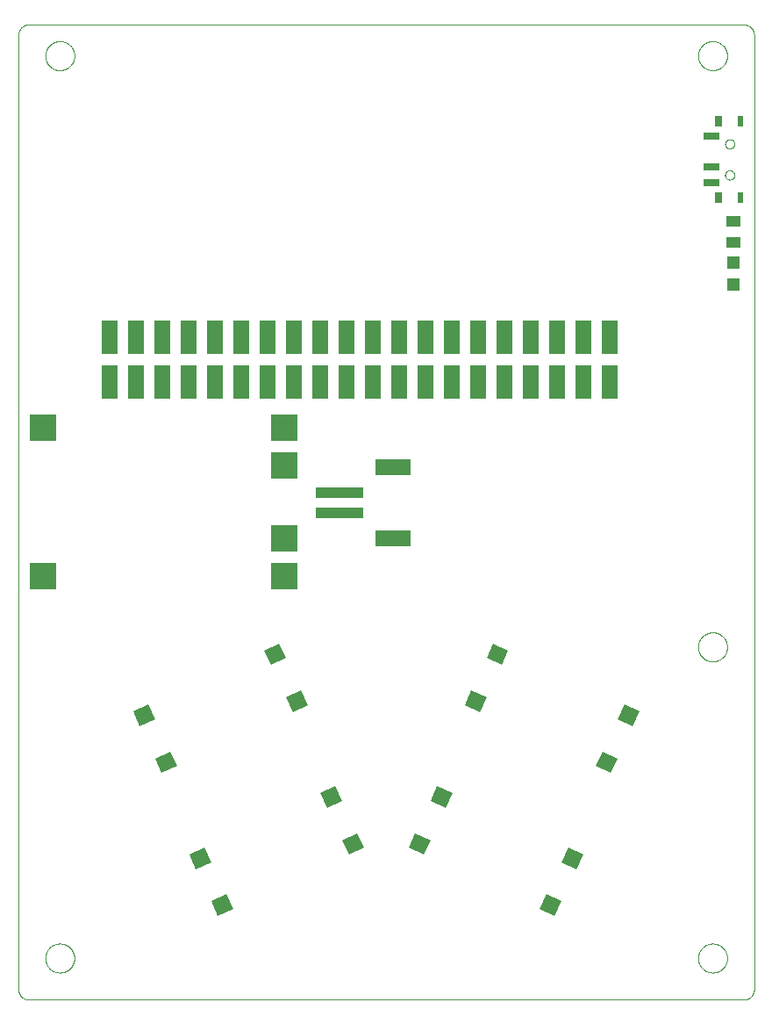
<source format=gbp>
G75*
%MOIN*%
%OFA0B0*%
%FSLAX25Y25*%
%IPPOS*%
%LPD*%
%AMOC8*
5,1,8,0,0,1.08239X$1,22.5*
%
%ADD10C,0.00000*%
%ADD11R,0.06000X0.13000*%
%ADD12R,0.10000X0.10000*%
%ADD13R,0.06299X0.06102*%
%ADD14R,0.05512X0.04331*%
%ADD15R,0.04724X0.04724*%
%ADD16R,0.05906X0.02756*%
%ADD17R,0.02362X0.03937*%
%ADD18R,0.03150X0.03937*%
%ADD19R,0.18110X0.03937*%
%ADD20R,0.13386X0.06299*%
D10*
X0003248Y0005437D02*
X0003248Y0367642D01*
X0003250Y0367766D01*
X0003256Y0367889D01*
X0003265Y0368013D01*
X0003279Y0368135D01*
X0003296Y0368258D01*
X0003318Y0368380D01*
X0003343Y0368501D01*
X0003372Y0368621D01*
X0003404Y0368740D01*
X0003441Y0368859D01*
X0003481Y0368976D01*
X0003524Y0369091D01*
X0003572Y0369206D01*
X0003623Y0369318D01*
X0003677Y0369429D01*
X0003735Y0369539D01*
X0003796Y0369646D01*
X0003861Y0369752D01*
X0003929Y0369855D01*
X0004000Y0369956D01*
X0004074Y0370055D01*
X0004151Y0370152D01*
X0004232Y0370246D01*
X0004315Y0370337D01*
X0004401Y0370426D01*
X0004490Y0370512D01*
X0004581Y0370595D01*
X0004675Y0370676D01*
X0004772Y0370753D01*
X0004871Y0370827D01*
X0004972Y0370898D01*
X0005075Y0370966D01*
X0005181Y0371031D01*
X0005288Y0371092D01*
X0005398Y0371150D01*
X0005509Y0371204D01*
X0005621Y0371255D01*
X0005736Y0371303D01*
X0005851Y0371346D01*
X0005968Y0371386D01*
X0006087Y0371423D01*
X0006206Y0371455D01*
X0006326Y0371484D01*
X0006447Y0371509D01*
X0006569Y0371531D01*
X0006692Y0371548D01*
X0006814Y0371562D01*
X0006938Y0371571D01*
X0007061Y0371577D01*
X0007185Y0371579D01*
X0278839Y0371579D01*
X0278963Y0371577D01*
X0279086Y0371571D01*
X0279210Y0371562D01*
X0279332Y0371548D01*
X0279455Y0371531D01*
X0279577Y0371509D01*
X0279698Y0371484D01*
X0279818Y0371455D01*
X0279937Y0371423D01*
X0280056Y0371386D01*
X0280173Y0371346D01*
X0280288Y0371303D01*
X0280403Y0371255D01*
X0280515Y0371204D01*
X0280626Y0371150D01*
X0280736Y0371092D01*
X0280843Y0371031D01*
X0280949Y0370966D01*
X0281052Y0370898D01*
X0281153Y0370827D01*
X0281252Y0370753D01*
X0281349Y0370676D01*
X0281443Y0370595D01*
X0281534Y0370512D01*
X0281623Y0370426D01*
X0281709Y0370337D01*
X0281792Y0370246D01*
X0281873Y0370152D01*
X0281950Y0370055D01*
X0282024Y0369956D01*
X0282095Y0369855D01*
X0282163Y0369752D01*
X0282228Y0369646D01*
X0282289Y0369539D01*
X0282347Y0369429D01*
X0282401Y0369318D01*
X0282452Y0369206D01*
X0282500Y0369091D01*
X0282543Y0368976D01*
X0282583Y0368859D01*
X0282620Y0368740D01*
X0282652Y0368621D01*
X0282681Y0368501D01*
X0282706Y0368380D01*
X0282728Y0368258D01*
X0282745Y0368135D01*
X0282759Y0368013D01*
X0282768Y0367889D01*
X0282774Y0367766D01*
X0282776Y0367642D01*
X0282776Y0005437D01*
X0282774Y0005313D01*
X0282768Y0005190D01*
X0282759Y0005066D01*
X0282745Y0004944D01*
X0282728Y0004821D01*
X0282706Y0004699D01*
X0282681Y0004578D01*
X0282652Y0004458D01*
X0282620Y0004339D01*
X0282583Y0004220D01*
X0282543Y0004103D01*
X0282500Y0003988D01*
X0282452Y0003873D01*
X0282401Y0003761D01*
X0282347Y0003650D01*
X0282289Y0003540D01*
X0282228Y0003433D01*
X0282163Y0003327D01*
X0282095Y0003224D01*
X0282024Y0003123D01*
X0281950Y0003024D01*
X0281873Y0002927D01*
X0281792Y0002833D01*
X0281709Y0002742D01*
X0281623Y0002653D01*
X0281534Y0002567D01*
X0281443Y0002484D01*
X0281349Y0002403D01*
X0281252Y0002326D01*
X0281153Y0002252D01*
X0281052Y0002181D01*
X0280949Y0002113D01*
X0280843Y0002048D01*
X0280736Y0001987D01*
X0280626Y0001929D01*
X0280515Y0001875D01*
X0280403Y0001824D01*
X0280288Y0001776D01*
X0280173Y0001733D01*
X0280056Y0001693D01*
X0279937Y0001656D01*
X0279818Y0001624D01*
X0279698Y0001595D01*
X0279577Y0001570D01*
X0279455Y0001548D01*
X0279332Y0001531D01*
X0279210Y0001517D01*
X0279086Y0001508D01*
X0278963Y0001502D01*
X0278839Y0001500D01*
X0007185Y0001500D01*
X0007061Y0001502D01*
X0006938Y0001508D01*
X0006814Y0001517D01*
X0006692Y0001531D01*
X0006569Y0001548D01*
X0006447Y0001570D01*
X0006326Y0001595D01*
X0006206Y0001624D01*
X0006087Y0001656D01*
X0005968Y0001693D01*
X0005851Y0001733D01*
X0005736Y0001776D01*
X0005621Y0001824D01*
X0005509Y0001875D01*
X0005398Y0001929D01*
X0005288Y0001987D01*
X0005181Y0002048D01*
X0005075Y0002113D01*
X0004972Y0002181D01*
X0004871Y0002252D01*
X0004772Y0002326D01*
X0004675Y0002403D01*
X0004581Y0002484D01*
X0004490Y0002567D01*
X0004401Y0002653D01*
X0004315Y0002742D01*
X0004232Y0002833D01*
X0004151Y0002927D01*
X0004074Y0003024D01*
X0004000Y0003123D01*
X0003929Y0003224D01*
X0003861Y0003327D01*
X0003796Y0003433D01*
X0003735Y0003540D01*
X0003677Y0003650D01*
X0003623Y0003761D01*
X0003572Y0003873D01*
X0003524Y0003988D01*
X0003481Y0004103D01*
X0003441Y0004220D01*
X0003404Y0004339D01*
X0003372Y0004458D01*
X0003343Y0004578D01*
X0003318Y0004699D01*
X0003296Y0004821D01*
X0003279Y0004944D01*
X0003265Y0005066D01*
X0003256Y0005190D01*
X0003250Y0005313D01*
X0003248Y0005437D01*
X0013484Y0017248D02*
X0013486Y0017396D01*
X0013492Y0017544D01*
X0013502Y0017692D01*
X0013516Y0017839D01*
X0013534Y0017986D01*
X0013555Y0018132D01*
X0013581Y0018278D01*
X0013611Y0018423D01*
X0013644Y0018567D01*
X0013682Y0018710D01*
X0013723Y0018852D01*
X0013768Y0018993D01*
X0013816Y0019133D01*
X0013869Y0019272D01*
X0013925Y0019409D01*
X0013985Y0019544D01*
X0014048Y0019678D01*
X0014115Y0019810D01*
X0014186Y0019940D01*
X0014260Y0020068D01*
X0014337Y0020194D01*
X0014418Y0020318D01*
X0014502Y0020440D01*
X0014589Y0020559D01*
X0014680Y0020676D01*
X0014774Y0020791D01*
X0014870Y0020903D01*
X0014970Y0021013D01*
X0015072Y0021119D01*
X0015178Y0021223D01*
X0015286Y0021324D01*
X0015397Y0021422D01*
X0015510Y0021518D01*
X0015626Y0021610D01*
X0015744Y0021699D01*
X0015865Y0021784D01*
X0015988Y0021867D01*
X0016113Y0021946D01*
X0016240Y0022022D01*
X0016369Y0022094D01*
X0016500Y0022163D01*
X0016633Y0022228D01*
X0016768Y0022289D01*
X0016904Y0022347D01*
X0017041Y0022402D01*
X0017180Y0022452D01*
X0017321Y0022499D01*
X0017462Y0022542D01*
X0017605Y0022582D01*
X0017749Y0022617D01*
X0017893Y0022649D01*
X0018039Y0022676D01*
X0018185Y0022700D01*
X0018332Y0022720D01*
X0018479Y0022736D01*
X0018626Y0022748D01*
X0018774Y0022756D01*
X0018922Y0022760D01*
X0019070Y0022760D01*
X0019218Y0022756D01*
X0019366Y0022748D01*
X0019513Y0022736D01*
X0019660Y0022720D01*
X0019807Y0022700D01*
X0019953Y0022676D01*
X0020099Y0022649D01*
X0020243Y0022617D01*
X0020387Y0022582D01*
X0020530Y0022542D01*
X0020671Y0022499D01*
X0020812Y0022452D01*
X0020951Y0022402D01*
X0021088Y0022347D01*
X0021224Y0022289D01*
X0021359Y0022228D01*
X0021492Y0022163D01*
X0021623Y0022094D01*
X0021752Y0022022D01*
X0021879Y0021946D01*
X0022004Y0021867D01*
X0022127Y0021784D01*
X0022248Y0021699D01*
X0022366Y0021610D01*
X0022482Y0021518D01*
X0022595Y0021422D01*
X0022706Y0021324D01*
X0022814Y0021223D01*
X0022920Y0021119D01*
X0023022Y0021013D01*
X0023122Y0020903D01*
X0023218Y0020791D01*
X0023312Y0020676D01*
X0023403Y0020559D01*
X0023490Y0020440D01*
X0023574Y0020318D01*
X0023655Y0020194D01*
X0023732Y0020068D01*
X0023806Y0019940D01*
X0023877Y0019810D01*
X0023944Y0019678D01*
X0024007Y0019544D01*
X0024067Y0019409D01*
X0024123Y0019272D01*
X0024176Y0019133D01*
X0024224Y0018993D01*
X0024269Y0018852D01*
X0024310Y0018710D01*
X0024348Y0018567D01*
X0024381Y0018423D01*
X0024411Y0018278D01*
X0024437Y0018132D01*
X0024458Y0017986D01*
X0024476Y0017839D01*
X0024490Y0017692D01*
X0024500Y0017544D01*
X0024506Y0017396D01*
X0024508Y0017248D01*
X0024506Y0017100D01*
X0024500Y0016952D01*
X0024490Y0016804D01*
X0024476Y0016657D01*
X0024458Y0016510D01*
X0024437Y0016364D01*
X0024411Y0016218D01*
X0024381Y0016073D01*
X0024348Y0015929D01*
X0024310Y0015786D01*
X0024269Y0015644D01*
X0024224Y0015503D01*
X0024176Y0015363D01*
X0024123Y0015224D01*
X0024067Y0015087D01*
X0024007Y0014952D01*
X0023944Y0014818D01*
X0023877Y0014686D01*
X0023806Y0014556D01*
X0023732Y0014428D01*
X0023655Y0014302D01*
X0023574Y0014178D01*
X0023490Y0014056D01*
X0023403Y0013937D01*
X0023312Y0013820D01*
X0023218Y0013705D01*
X0023122Y0013593D01*
X0023022Y0013483D01*
X0022920Y0013377D01*
X0022814Y0013273D01*
X0022706Y0013172D01*
X0022595Y0013074D01*
X0022482Y0012978D01*
X0022366Y0012886D01*
X0022248Y0012797D01*
X0022127Y0012712D01*
X0022004Y0012629D01*
X0021879Y0012550D01*
X0021752Y0012474D01*
X0021623Y0012402D01*
X0021492Y0012333D01*
X0021359Y0012268D01*
X0021224Y0012207D01*
X0021088Y0012149D01*
X0020951Y0012094D01*
X0020812Y0012044D01*
X0020671Y0011997D01*
X0020530Y0011954D01*
X0020387Y0011914D01*
X0020243Y0011879D01*
X0020099Y0011847D01*
X0019953Y0011820D01*
X0019807Y0011796D01*
X0019660Y0011776D01*
X0019513Y0011760D01*
X0019366Y0011748D01*
X0019218Y0011740D01*
X0019070Y0011736D01*
X0018922Y0011736D01*
X0018774Y0011740D01*
X0018626Y0011748D01*
X0018479Y0011760D01*
X0018332Y0011776D01*
X0018185Y0011796D01*
X0018039Y0011820D01*
X0017893Y0011847D01*
X0017749Y0011879D01*
X0017605Y0011914D01*
X0017462Y0011954D01*
X0017321Y0011997D01*
X0017180Y0012044D01*
X0017041Y0012094D01*
X0016904Y0012149D01*
X0016768Y0012207D01*
X0016633Y0012268D01*
X0016500Y0012333D01*
X0016369Y0012402D01*
X0016240Y0012474D01*
X0016113Y0012550D01*
X0015988Y0012629D01*
X0015865Y0012712D01*
X0015744Y0012797D01*
X0015626Y0012886D01*
X0015510Y0012978D01*
X0015397Y0013074D01*
X0015286Y0013172D01*
X0015178Y0013273D01*
X0015072Y0013377D01*
X0014970Y0013483D01*
X0014870Y0013593D01*
X0014774Y0013705D01*
X0014680Y0013820D01*
X0014589Y0013937D01*
X0014502Y0014056D01*
X0014418Y0014178D01*
X0014337Y0014302D01*
X0014260Y0014428D01*
X0014186Y0014556D01*
X0014115Y0014686D01*
X0014048Y0014818D01*
X0013985Y0014952D01*
X0013925Y0015087D01*
X0013869Y0015224D01*
X0013816Y0015363D01*
X0013768Y0015503D01*
X0013723Y0015644D01*
X0013682Y0015786D01*
X0013644Y0015929D01*
X0013611Y0016073D01*
X0013581Y0016218D01*
X0013555Y0016364D01*
X0013534Y0016510D01*
X0013516Y0016657D01*
X0013502Y0016804D01*
X0013492Y0016952D01*
X0013486Y0017100D01*
X0013484Y0017248D01*
X0261516Y0017248D02*
X0261518Y0017396D01*
X0261524Y0017544D01*
X0261534Y0017692D01*
X0261548Y0017839D01*
X0261566Y0017986D01*
X0261587Y0018132D01*
X0261613Y0018278D01*
X0261643Y0018423D01*
X0261676Y0018567D01*
X0261714Y0018710D01*
X0261755Y0018852D01*
X0261800Y0018993D01*
X0261848Y0019133D01*
X0261901Y0019272D01*
X0261957Y0019409D01*
X0262017Y0019544D01*
X0262080Y0019678D01*
X0262147Y0019810D01*
X0262218Y0019940D01*
X0262292Y0020068D01*
X0262369Y0020194D01*
X0262450Y0020318D01*
X0262534Y0020440D01*
X0262621Y0020559D01*
X0262712Y0020676D01*
X0262806Y0020791D01*
X0262902Y0020903D01*
X0263002Y0021013D01*
X0263104Y0021119D01*
X0263210Y0021223D01*
X0263318Y0021324D01*
X0263429Y0021422D01*
X0263542Y0021518D01*
X0263658Y0021610D01*
X0263776Y0021699D01*
X0263897Y0021784D01*
X0264020Y0021867D01*
X0264145Y0021946D01*
X0264272Y0022022D01*
X0264401Y0022094D01*
X0264532Y0022163D01*
X0264665Y0022228D01*
X0264800Y0022289D01*
X0264936Y0022347D01*
X0265073Y0022402D01*
X0265212Y0022452D01*
X0265353Y0022499D01*
X0265494Y0022542D01*
X0265637Y0022582D01*
X0265781Y0022617D01*
X0265925Y0022649D01*
X0266071Y0022676D01*
X0266217Y0022700D01*
X0266364Y0022720D01*
X0266511Y0022736D01*
X0266658Y0022748D01*
X0266806Y0022756D01*
X0266954Y0022760D01*
X0267102Y0022760D01*
X0267250Y0022756D01*
X0267398Y0022748D01*
X0267545Y0022736D01*
X0267692Y0022720D01*
X0267839Y0022700D01*
X0267985Y0022676D01*
X0268131Y0022649D01*
X0268275Y0022617D01*
X0268419Y0022582D01*
X0268562Y0022542D01*
X0268703Y0022499D01*
X0268844Y0022452D01*
X0268983Y0022402D01*
X0269120Y0022347D01*
X0269256Y0022289D01*
X0269391Y0022228D01*
X0269524Y0022163D01*
X0269655Y0022094D01*
X0269784Y0022022D01*
X0269911Y0021946D01*
X0270036Y0021867D01*
X0270159Y0021784D01*
X0270280Y0021699D01*
X0270398Y0021610D01*
X0270514Y0021518D01*
X0270627Y0021422D01*
X0270738Y0021324D01*
X0270846Y0021223D01*
X0270952Y0021119D01*
X0271054Y0021013D01*
X0271154Y0020903D01*
X0271250Y0020791D01*
X0271344Y0020676D01*
X0271435Y0020559D01*
X0271522Y0020440D01*
X0271606Y0020318D01*
X0271687Y0020194D01*
X0271764Y0020068D01*
X0271838Y0019940D01*
X0271909Y0019810D01*
X0271976Y0019678D01*
X0272039Y0019544D01*
X0272099Y0019409D01*
X0272155Y0019272D01*
X0272208Y0019133D01*
X0272256Y0018993D01*
X0272301Y0018852D01*
X0272342Y0018710D01*
X0272380Y0018567D01*
X0272413Y0018423D01*
X0272443Y0018278D01*
X0272469Y0018132D01*
X0272490Y0017986D01*
X0272508Y0017839D01*
X0272522Y0017692D01*
X0272532Y0017544D01*
X0272538Y0017396D01*
X0272540Y0017248D01*
X0272538Y0017100D01*
X0272532Y0016952D01*
X0272522Y0016804D01*
X0272508Y0016657D01*
X0272490Y0016510D01*
X0272469Y0016364D01*
X0272443Y0016218D01*
X0272413Y0016073D01*
X0272380Y0015929D01*
X0272342Y0015786D01*
X0272301Y0015644D01*
X0272256Y0015503D01*
X0272208Y0015363D01*
X0272155Y0015224D01*
X0272099Y0015087D01*
X0272039Y0014952D01*
X0271976Y0014818D01*
X0271909Y0014686D01*
X0271838Y0014556D01*
X0271764Y0014428D01*
X0271687Y0014302D01*
X0271606Y0014178D01*
X0271522Y0014056D01*
X0271435Y0013937D01*
X0271344Y0013820D01*
X0271250Y0013705D01*
X0271154Y0013593D01*
X0271054Y0013483D01*
X0270952Y0013377D01*
X0270846Y0013273D01*
X0270738Y0013172D01*
X0270627Y0013074D01*
X0270514Y0012978D01*
X0270398Y0012886D01*
X0270280Y0012797D01*
X0270159Y0012712D01*
X0270036Y0012629D01*
X0269911Y0012550D01*
X0269784Y0012474D01*
X0269655Y0012402D01*
X0269524Y0012333D01*
X0269391Y0012268D01*
X0269256Y0012207D01*
X0269120Y0012149D01*
X0268983Y0012094D01*
X0268844Y0012044D01*
X0268703Y0011997D01*
X0268562Y0011954D01*
X0268419Y0011914D01*
X0268275Y0011879D01*
X0268131Y0011847D01*
X0267985Y0011820D01*
X0267839Y0011796D01*
X0267692Y0011776D01*
X0267545Y0011760D01*
X0267398Y0011748D01*
X0267250Y0011740D01*
X0267102Y0011736D01*
X0266954Y0011736D01*
X0266806Y0011740D01*
X0266658Y0011748D01*
X0266511Y0011760D01*
X0266364Y0011776D01*
X0266217Y0011796D01*
X0266071Y0011820D01*
X0265925Y0011847D01*
X0265781Y0011879D01*
X0265637Y0011914D01*
X0265494Y0011954D01*
X0265353Y0011997D01*
X0265212Y0012044D01*
X0265073Y0012094D01*
X0264936Y0012149D01*
X0264800Y0012207D01*
X0264665Y0012268D01*
X0264532Y0012333D01*
X0264401Y0012402D01*
X0264272Y0012474D01*
X0264145Y0012550D01*
X0264020Y0012629D01*
X0263897Y0012712D01*
X0263776Y0012797D01*
X0263658Y0012886D01*
X0263542Y0012978D01*
X0263429Y0013074D01*
X0263318Y0013172D01*
X0263210Y0013273D01*
X0263104Y0013377D01*
X0263002Y0013483D01*
X0262902Y0013593D01*
X0262806Y0013705D01*
X0262712Y0013820D01*
X0262621Y0013937D01*
X0262534Y0014056D01*
X0262450Y0014178D01*
X0262369Y0014302D01*
X0262292Y0014428D01*
X0262218Y0014556D01*
X0262147Y0014686D01*
X0262080Y0014818D01*
X0262017Y0014952D01*
X0261957Y0015087D01*
X0261901Y0015224D01*
X0261848Y0015363D01*
X0261800Y0015503D01*
X0261755Y0015644D01*
X0261714Y0015786D01*
X0261676Y0015929D01*
X0261643Y0016073D01*
X0261613Y0016218D01*
X0261587Y0016364D01*
X0261566Y0016510D01*
X0261548Y0016657D01*
X0261534Y0016804D01*
X0261524Y0016952D01*
X0261518Y0017100D01*
X0261516Y0017248D01*
X0261516Y0135358D02*
X0261518Y0135506D01*
X0261524Y0135654D01*
X0261534Y0135802D01*
X0261548Y0135949D01*
X0261566Y0136096D01*
X0261587Y0136242D01*
X0261613Y0136388D01*
X0261643Y0136533D01*
X0261676Y0136677D01*
X0261714Y0136820D01*
X0261755Y0136962D01*
X0261800Y0137103D01*
X0261848Y0137243D01*
X0261901Y0137382D01*
X0261957Y0137519D01*
X0262017Y0137654D01*
X0262080Y0137788D01*
X0262147Y0137920D01*
X0262218Y0138050D01*
X0262292Y0138178D01*
X0262369Y0138304D01*
X0262450Y0138428D01*
X0262534Y0138550D01*
X0262621Y0138669D01*
X0262712Y0138786D01*
X0262806Y0138901D01*
X0262902Y0139013D01*
X0263002Y0139123D01*
X0263104Y0139229D01*
X0263210Y0139333D01*
X0263318Y0139434D01*
X0263429Y0139532D01*
X0263542Y0139628D01*
X0263658Y0139720D01*
X0263776Y0139809D01*
X0263897Y0139894D01*
X0264020Y0139977D01*
X0264145Y0140056D01*
X0264272Y0140132D01*
X0264401Y0140204D01*
X0264532Y0140273D01*
X0264665Y0140338D01*
X0264800Y0140399D01*
X0264936Y0140457D01*
X0265073Y0140512D01*
X0265212Y0140562D01*
X0265353Y0140609D01*
X0265494Y0140652D01*
X0265637Y0140692D01*
X0265781Y0140727D01*
X0265925Y0140759D01*
X0266071Y0140786D01*
X0266217Y0140810D01*
X0266364Y0140830D01*
X0266511Y0140846D01*
X0266658Y0140858D01*
X0266806Y0140866D01*
X0266954Y0140870D01*
X0267102Y0140870D01*
X0267250Y0140866D01*
X0267398Y0140858D01*
X0267545Y0140846D01*
X0267692Y0140830D01*
X0267839Y0140810D01*
X0267985Y0140786D01*
X0268131Y0140759D01*
X0268275Y0140727D01*
X0268419Y0140692D01*
X0268562Y0140652D01*
X0268703Y0140609D01*
X0268844Y0140562D01*
X0268983Y0140512D01*
X0269120Y0140457D01*
X0269256Y0140399D01*
X0269391Y0140338D01*
X0269524Y0140273D01*
X0269655Y0140204D01*
X0269784Y0140132D01*
X0269911Y0140056D01*
X0270036Y0139977D01*
X0270159Y0139894D01*
X0270280Y0139809D01*
X0270398Y0139720D01*
X0270514Y0139628D01*
X0270627Y0139532D01*
X0270738Y0139434D01*
X0270846Y0139333D01*
X0270952Y0139229D01*
X0271054Y0139123D01*
X0271154Y0139013D01*
X0271250Y0138901D01*
X0271344Y0138786D01*
X0271435Y0138669D01*
X0271522Y0138550D01*
X0271606Y0138428D01*
X0271687Y0138304D01*
X0271764Y0138178D01*
X0271838Y0138050D01*
X0271909Y0137920D01*
X0271976Y0137788D01*
X0272039Y0137654D01*
X0272099Y0137519D01*
X0272155Y0137382D01*
X0272208Y0137243D01*
X0272256Y0137103D01*
X0272301Y0136962D01*
X0272342Y0136820D01*
X0272380Y0136677D01*
X0272413Y0136533D01*
X0272443Y0136388D01*
X0272469Y0136242D01*
X0272490Y0136096D01*
X0272508Y0135949D01*
X0272522Y0135802D01*
X0272532Y0135654D01*
X0272538Y0135506D01*
X0272540Y0135358D01*
X0272538Y0135210D01*
X0272532Y0135062D01*
X0272522Y0134914D01*
X0272508Y0134767D01*
X0272490Y0134620D01*
X0272469Y0134474D01*
X0272443Y0134328D01*
X0272413Y0134183D01*
X0272380Y0134039D01*
X0272342Y0133896D01*
X0272301Y0133754D01*
X0272256Y0133613D01*
X0272208Y0133473D01*
X0272155Y0133334D01*
X0272099Y0133197D01*
X0272039Y0133062D01*
X0271976Y0132928D01*
X0271909Y0132796D01*
X0271838Y0132666D01*
X0271764Y0132538D01*
X0271687Y0132412D01*
X0271606Y0132288D01*
X0271522Y0132166D01*
X0271435Y0132047D01*
X0271344Y0131930D01*
X0271250Y0131815D01*
X0271154Y0131703D01*
X0271054Y0131593D01*
X0270952Y0131487D01*
X0270846Y0131383D01*
X0270738Y0131282D01*
X0270627Y0131184D01*
X0270514Y0131088D01*
X0270398Y0130996D01*
X0270280Y0130907D01*
X0270159Y0130822D01*
X0270036Y0130739D01*
X0269911Y0130660D01*
X0269784Y0130584D01*
X0269655Y0130512D01*
X0269524Y0130443D01*
X0269391Y0130378D01*
X0269256Y0130317D01*
X0269120Y0130259D01*
X0268983Y0130204D01*
X0268844Y0130154D01*
X0268703Y0130107D01*
X0268562Y0130064D01*
X0268419Y0130024D01*
X0268275Y0129989D01*
X0268131Y0129957D01*
X0267985Y0129930D01*
X0267839Y0129906D01*
X0267692Y0129886D01*
X0267545Y0129870D01*
X0267398Y0129858D01*
X0267250Y0129850D01*
X0267102Y0129846D01*
X0266954Y0129846D01*
X0266806Y0129850D01*
X0266658Y0129858D01*
X0266511Y0129870D01*
X0266364Y0129886D01*
X0266217Y0129906D01*
X0266071Y0129930D01*
X0265925Y0129957D01*
X0265781Y0129989D01*
X0265637Y0130024D01*
X0265494Y0130064D01*
X0265353Y0130107D01*
X0265212Y0130154D01*
X0265073Y0130204D01*
X0264936Y0130259D01*
X0264800Y0130317D01*
X0264665Y0130378D01*
X0264532Y0130443D01*
X0264401Y0130512D01*
X0264272Y0130584D01*
X0264145Y0130660D01*
X0264020Y0130739D01*
X0263897Y0130822D01*
X0263776Y0130907D01*
X0263658Y0130996D01*
X0263542Y0131088D01*
X0263429Y0131184D01*
X0263318Y0131282D01*
X0263210Y0131383D01*
X0263104Y0131487D01*
X0263002Y0131593D01*
X0262902Y0131703D01*
X0262806Y0131815D01*
X0262712Y0131930D01*
X0262621Y0132047D01*
X0262534Y0132166D01*
X0262450Y0132288D01*
X0262369Y0132412D01*
X0262292Y0132538D01*
X0262218Y0132666D01*
X0262147Y0132796D01*
X0262080Y0132928D01*
X0262017Y0133062D01*
X0261957Y0133197D01*
X0261901Y0133334D01*
X0261848Y0133473D01*
X0261800Y0133613D01*
X0261755Y0133754D01*
X0261714Y0133896D01*
X0261676Y0134039D01*
X0261643Y0134183D01*
X0261613Y0134328D01*
X0261587Y0134474D01*
X0261566Y0134620D01*
X0261548Y0134767D01*
X0261534Y0134914D01*
X0261524Y0135062D01*
X0261518Y0135210D01*
X0261516Y0135358D01*
X0271752Y0314492D02*
X0271754Y0314576D01*
X0271760Y0314659D01*
X0271770Y0314742D01*
X0271784Y0314825D01*
X0271801Y0314907D01*
X0271823Y0314988D01*
X0271848Y0315067D01*
X0271877Y0315146D01*
X0271910Y0315223D01*
X0271946Y0315298D01*
X0271986Y0315372D01*
X0272029Y0315444D01*
X0272076Y0315513D01*
X0272126Y0315580D01*
X0272179Y0315645D01*
X0272235Y0315707D01*
X0272293Y0315767D01*
X0272355Y0315824D01*
X0272419Y0315877D01*
X0272486Y0315928D01*
X0272555Y0315975D01*
X0272626Y0316020D01*
X0272699Y0316060D01*
X0272774Y0316097D01*
X0272851Y0316131D01*
X0272929Y0316161D01*
X0273008Y0316187D01*
X0273089Y0316210D01*
X0273171Y0316228D01*
X0273253Y0316243D01*
X0273336Y0316254D01*
X0273419Y0316261D01*
X0273503Y0316264D01*
X0273587Y0316263D01*
X0273670Y0316258D01*
X0273754Y0316249D01*
X0273836Y0316236D01*
X0273918Y0316220D01*
X0273999Y0316199D01*
X0274080Y0316175D01*
X0274158Y0316147D01*
X0274236Y0316115D01*
X0274312Y0316079D01*
X0274386Y0316040D01*
X0274458Y0315998D01*
X0274528Y0315952D01*
X0274596Y0315903D01*
X0274661Y0315851D01*
X0274724Y0315796D01*
X0274784Y0315738D01*
X0274842Y0315677D01*
X0274896Y0315613D01*
X0274948Y0315547D01*
X0274996Y0315479D01*
X0275041Y0315408D01*
X0275082Y0315335D01*
X0275121Y0315261D01*
X0275155Y0315185D01*
X0275186Y0315107D01*
X0275213Y0315028D01*
X0275237Y0314947D01*
X0275256Y0314866D01*
X0275272Y0314784D01*
X0275284Y0314701D01*
X0275292Y0314617D01*
X0275296Y0314534D01*
X0275296Y0314450D01*
X0275292Y0314367D01*
X0275284Y0314283D01*
X0275272Y0314200D01*
X0275256Y0314118D01*
X0275237Y0314037D01*
X0275213Y0313956D01*
X0275186Y0313877D01*
X0275155Y0313799D01*
X0275121Y0313723D01*
X0275082Y0313649D01*
X0275041Y0313576D01*
X0274996Y0313505D01*
X0274948Y0313437D01*
X0274896Y0313371D01*
X0274842Y0313307D01*
X0274784Y0313246D01*
X0274724Y0313188D01*
X0274661Y0313133D01*
X0274596Y0313081D01*
X0274528Y0313032D01*
X0274458Y0312986D01*
X0274386Y0312944D01*
X0274312Y0312905D01*
X0274236Y0312869D01*
X0274158Y0312837D01*
X0274080Y0312809D01*
X0273999Y0312785D01*
X0273918Y0312764D01*
X0273836Y0312748D01*
X0273754Y0312735D01*
X0273670Y0312726D01*
X0273587Y0312721D01*
X0273503Y0312720D01*
X0273419Y0312723D01*
X0273336Y0312730D01*
X0273253Y0312741D01*
X0273171Y0312756D01*
X0273089Y0312774D01*
X0273008Y0312797D01*
X0272929Y0312823D01*
X0272851Y0312853D01*
X0272774Y0312887D01*
X0272699Y0312924D01*
X0272626Y0312964D01*
X0272555Y0313009D01*
X0272486Y0313056D01*
X0272419Y0313107D01*
X0272355Y0313160D01*
X0272293Y0313217D01*
X0272235Y0313277D01*
X0272179Y0313339D01*
X0272126Y0313404D01*
X0272076Y0313471D01*
X0272029Y0313540D01*
X0271986Y0313612D01*
X0271946Y0313686D01*
X0271910Y0313761D01*
X0271877Y0313838D01*
X0271848Y0313917D01*
X0271823Y0313996D01*
X0271801Y0314077D01*
X0271784Y0314159D01*
X0271770Y0314242D01*
X0271760Y0314325D01*
X0271754Y0314408D01*
X0271752Y0314492D01*
X0271752Y0326303D02*
X0271754Y0326387D01*
X0271760Y0326470D01*
X0271770Y0326553D01*
X0271784Y0326636D01*
X0271801Y0326718D01*
X0271823Y0326799D01*
X0271848Y0326878D01*
X0271877Y0326957D01*
X0271910Y0327034D01*
X0271946Y0327109D01*
X0271986Y0327183D01*
X0272029Y0327255D01*
X0272076Y0327324D01*
X0272126Y0327391D01*
X0272179Y0327456D01*
X0272235Y0327518D01*
X0272293Y0327578D01*
X0272355Y0327635D01*
X0272419Y0327688D01*
X0272486Y0327739D01*
X0272555Y0327786D01*
X0272626Y0327831D01*
X0272699Y0327871D01*
X0272774Y0327908D01*
X0272851Y0327942D01*
X0272929Y0327972D01*
X0273008Y0327998D01*
X0273089Y0328021D01*
X0273171Y0328039D01*
X0273253Y0328054D01*
X0273336Y0328065D01*
X0273419Y0328072D01*
X0273503Y0328075D01*
X0273587Y0328074D01*
X0273670Y0328069D01*
X0273754Y0328060D01*
X0273836Y0328047D01*
X0273918Y0328031D01*
X0273999Y0328010D01*
X0274080Y0327986D01*
X0274158Y0327958D01*
X0274236Y0327926D01*
X0274312Y0327890D01*
X0274386Y0327851D01*
X0274458Y0327809D01*
X0274528Y0327763D01*
X0274596Y0327714D01*
X0274661Y0327662D01*
X0274724Y0327607D01*
X0274784Y0327549D01*
X0274842Y0327488D01*
X0274896Y0327424D01*
X0274948Y0327358D01*
X0274996Y0327290D01*
X0275041Y0327219D01*
X0275082Y0327146D01*
X0275121Y0327072D01*
X0275155Y0326996D01*
X0275186Y0326918D01*
X0275213Y0326839D01*
X0275237Y0326758D01*
X0275256Y0326677D01*
X0275272Y0326595D01*
X0275284Y0326512D01*
X0275292Y0326428D01*
X0275296Y0326345D01*
X0275296Y0326261D01*
X0275292Y0326178D01*
X0275284Y0326094D01*
X0275272Y0326011D01*
X0275256Y0325929D01*
X0275237Y0325848D01*
X0275213Y0325767D01*
X0275186Y0325688D01*
X0275155Y0325610D01*
X0275121Y0325534D01*
X0275082Y0325460D01*
X0275041Y0325387D01*
X0274996Y0325316D01*
X0274948Y0325248D01*
X0274896Y0325182D01*
X0274842Y0325118D01*
X0274784Y0325057D01*
X0274724Y0324999D01*
X0274661Y0324944D01*
X0274596Y0324892D01*
X0274528Y0324843D01*
X0274458Y0324797D01*
X0274386Y0324755D01*
X0274312Y0324716D01*
X0274236Y0324680D01*
X0274158Y0324648D01*
X0274080Y0324620D01*
X0273999Y0324596D01*
X0273918Y0324575D01*
X0273836Y0324559D01*
X0273754Y0324546D01*
X0273670Y0324537D01*
X0273587Y0324532D01*
X0273503Y0324531D01*
X0273419Y0324534D01*
X0273336Y0324541D01*
X0273253Y0324552D01*
X0273171Y0324567D01*
X0273089Y0324585D01*
X0273008Y0324608D01*
X0272929Y0324634D01*
X0272851Y0324664D01*
X0272774Y0324698D01*
X0272699Y0324735D01*
X0272626Y0324775D01*
X0272555Y0324820D01*
X0272486Y0324867D01*
X0272419Y0324918D01*
X0272355Y0324971D01*
X0272293Y0325028D01*
X0272235Y0325088D01*
X0272179Y0325150D01*
X0272126Y0325215D01*
X0272076Y0325282D01*
X0272029Y0325351D01*
X0271986Y0325423D01*
X0271946Y0325497D01*
X0271910Y0325572D01*
X0271877Y0325649D01*
X0271848Y0325728D01*
X0271823Y0325807D01*
X0271801Y0325888D01*
X0271784Y0325970D01*
X0271770Y0326053D01*
X0271760Y0326136D01*
X0271754Y0326219D01*
X0271752Y0326303D01*
X0261516Y0359768D02*
X0261518Y0359916D01*
X0261524Y0360064D01*
X0261534Y0360212D01*
X0261548Y0360359D01*
X0261566Y0360506D01*
X0261587Y0360652D01*
X0261613Y0360798D01*
X0261643Y0360943D01*
X0261676Y0361087D01*
X0261714Y0361230D01*
X0261755Y0361372D01*
X0261800Y0361513D01*
X0261848Y0361653D01*
X0261901Y0361792D01*
X0261957Y0361929D01*
X0262017Y0362064D01*
X0262080Y0362198D01*
X0262147Y0362330D01*
X0262218Y0362460D01*
X0262292Y0362588D01*
X0262369Y0362714D01*
X0262450Y0362838D01*
X0262534Y0362960D01*
X0262621Y0363079D01*
X0262712Y0363196D01*
X0262806Y0363311D01*
X0262902Y0363423D01*
X0263002Y0363533D01*
X0263104Y0363639D01*
X0263210Y0363743D01*
X0263318Y0363844D01*
X0263429Y0363942D01*
X0263542Y0364038D01*
X0263658Y0364130D01*
X0263776Y0364219D01*
X0263897Y0364304D01*
X0264020Y0364387D01*
X0264145Y0364466D01*
X0264272Y0364542D01*
X0264401Y0364614D01*
X0264532Y0364683D01*
X0264665Y0364748D01*
X0264800Y0364809D01*
X0264936Y0364867D01*
X0265073Y0364922D01*
X0265212Y0364972D01*
X0265353Y0365019D01*
X0265494Y0365062D01*
X0265637Y0365102D01*
X0265781Y0365137D01*
X0265925Y0365169D01*
X0266071Y0365196D01*
X0266217Y0365220D01*
X0266364Y0365240D01*
X0266511Y0365256D01*
X0266658Y0365268D01*
X0266806Y0365276D01*
X0266954Y0365280D01*
X0267102Y0365280D01*
X0267250Y0365276D01*
X0267398Y0365268D01*
X0267545Y0365256D01*
X0267692Y0365240D01*
X0267839Y0365220D01*
X0267985Y0365196D01*
X0268131Y0365169D01*
X0268275Y0365137D01*
X0268419Y0365102D01*
X0268562Y0365062D01*
X0268703Y0365019D01*
X0268844Y0364972D01*
X0268983Y0364922D01*
X0269120Y0364867D01*
X0269256Y0364809D01*
X0269391Y0364748D01*
X0269524Y0364683D01*
X0269655Y0364614D01*
X0269784Y0364542D01*
X0269911Y0364466D01*
X0270036Y0364387D01*
X0270159Y0364304D01*
X0270280Y0364219D01*
X0270398Y0364130D01*
X0270514Y0364038D01*
X0270627Y0363942D01*
X0270738Y0363844D01*
X0270846Y0363743D01*
X0270952Y0363639D01*
X0271054Y0363533D01*
X0271154Y0363423D01*
X0271250Y0363311D01*
X0271344Y0363196D01*
X0271435Y0363079D01*
X0271522Y0362960D01*
X0271606Y0362838D01*
X0271687Y0362714D01*
X0271764Y0362588D01*
X0271838Y0362460D01*
X0271909Y0362330D01*
X0271976Y0362198D01*
X0272039Y0362064D01*
X0272099Y0361929D01*
X0272155Y0361792D01*
X0272208Y0361653D01*
X0272256Y0361513D01*
X0272301Y0361372D01*
X0272342Y0361230D01*
X0272380Y0361087D01*
X0272413Y0360943D01*
X0272443Y0360798D01*
X0272469Y0360652D01*
X0272490Y0360506D01*
X0272508Y0360359D01*
X0272522Y0360212D01*
X0272532Y0360064D01*
X0272538Y0359916D01*
X0272540Y0359768D01*
X0272538Y0359620D01*
X0272532Y0359472D01*
X0272522Y0359324D01*
X0272508Y0359177D01*
X0272490Y0359030D01*
X0272469Y0358884D01*
X0272443Y0358738D01*
X0272413Y0358593D01*
X0272380Y0358449D01*
X0272342Y0358306D01*
X0272301Y0358164D01*
X0272256Y0358023D01*
X0272208Y0357883D01*
X0272155Y0357744D01*
X0272099Y0357607D01*
X0272039Y0357472D01*
X0271976Y0357338D01*
X0271909Y0357206D01*
X0271838Y0357076D01*
X0271764Y0356948D01*
X0271687Y0356822D01*
X0271606Y0356698D01*
X0271522Y0356576D01*
X0271435Y0356457D01*
X0271344Y0356340D01*
X0271250Y0356225D01*
X0271154Y0356113D01*
X0271054Y0356003D01*
X0270952Y0355897D01*
X0270846Y0355793D01*
X0270738Y0355692D01*
X0270627Y0355594D01*
X0270514Y0355498D01*
X0270398Y0355406D01*
X0270280Y0355317D01*
X0270159Y0355232D01*
X0270036Y0355149D01*
X0269911Y0355070D01*
X0269784Y0354994D01*
X0269655Y0354922D01*
X0269524Y0354853D01*
X0269391Y0354788D01*
X0269256Y0354727D01*
X0269120Y0354669D01*
X0268983Y0354614D01*
X0268844Y0354564D01*
X0268703Y0354517D01*
X0268562Y0354474D01*
X0268419Y0354434D01*
X0268275Y0354399D01*
X0268131Y0354367D01*
X0267985Y0354340D01*
X0267839Y0354316D01*
X0267692Y0354296D01*
X0267545Y0354280D01*
X0267398Y0354268D01*
X0267250Y0354260D01*
X0267102Y0354256D01*
X0266954Y0354256D01*
X0266806Y0354260D01*
X0266658Y0354268D01*
X0266511Y0354280D01*
X0266364Y0354296D01*
X0266217Y0354316D01*
X0266071Y0354340D01*
X0265925Y0354367D01*
X0265781Y0354399D01*
X0265637Y0354434D01*
X0265494Y0354474D01*
X0265353Y0354517D01*
X0265212Y0354564D01*
X0265073Y0354614D01*
X0264936Y0354669D01*
X0264800Y0354727D01*
X0264665Y0354788D01*
X0264532Y0354853D01*
X0264401Y0354922D01*
X0264272Y0354994D01*
X0264145Y0355070D01*
X0264020Y0355149D01*
X0263897Y0355232D01*
X0263776Y0355317D01*
X0263658Y0355406D01*
X0263542Y0355498D01*
X0263429Y0355594D01*
X0263318Y0355692D01*
X0263210Y0355793D01*
X0263104Y0355897D01*
X0263002Y0356003D01*
X0262902Y0356113D01*
X0262806Y0356225D01*
X0262712Y0356340D01*
X0262621Y0356457D01*
X0262534Y0356576D01*
X0262450Y0356698D01*
X0262369Y0356822D01*
X0262292Y0356948D01*
X0262218Y0357076D01*
X0262147Y0357206D01*
X0262080Y0357338D01*
X0262017Y0357472D01*
X0261957Y0357607D01*
X0261901Y0357744D01*
X0261848Y0357883D01*
X0261800Y0358023D01*
X0261755Y0358164D01*
X0261714Y0358306D01*
X0261676Y0358449D01*
X0261643Y0358593D01*
X0261613Y0358738D01*
X0261587Y0358884D01*
X0261566Y0359030D01*
X0261548Y0359177D01*
X0261534Y0359324D01*
X0261524Y0359472D01*
X0261518Y0359620D01*
X0261516Y0359768D01*
X0013484Y0359768D02*
X0013486Y0359916D01*
X0013492Y0360064D01*
X0013502Y0360212D01*
X0013516Y0360359D01*
X0013534Y0360506D01*
X0013555Y0360652D01*
X0013581Y0360798D01*
X0013611Y0360943D01*
X0013644Y0361087D01*
X0013682Y0361230D01*
X0013723Y0361372D01*
X0013768Y0361513D01*
X0013816Y0361653D01*
X0013869Y0361792D01*
X0013925Y0361929D01*
X0013985Y0362064D01*
X0014048Y0362198D01*
X0014115Y0362330D01*
X0014186Y0362460D01*
X0014260Y0362588D01*
X0014337Y0362714D01*
X0014418Y0362838D01*
X0014502Y0362960D01*
X0014589Y0363079D01*
X0014680Y0363196D01*
X0014774Y0363311D01*
X0014870Y0363423D01*
X0014970Y0363533D01*
X0015072Y0363639D01*
X0015178Y0363743D01*
X0015286Y0363844D01*
X0015397Y0363942D01*
X0015510Y0364038D01*
X0015626Y0364130D01*
X0015744Y0364219D01*
X0015865Y0364304D01*
X0015988Y0364387D01*
X0016113Y0364466D01*
X0016240Y0364542D01*
X0016369Y0364614D01*
X0016500Y0364683D01*
X0016633Y0364748D01*
X0016768Y0364809D01*
X0016904Y0364867D01*
X0017041Y0364922D01*
X0017180Y0364972D01*
X0017321Y0365019D01*
X0017462Y0365062D01*
X0017605Y0365102D01*
X0017749Y0365137D01*
X0017893Y0365169D01*
X0018039Y0365196D01*
X0018185Y0365220D01*
X0018332Y0365240D01*
X0018479Y0365256D01*
X0018626Y0365268D01*
X0018774Y0365276D01*
X0018922Y0365280D01*
X0019070Y0365280D01*
X0019218Y0365276D01*
X0019366Y0365268D01*
X0019513Y0365256D01*
X0019660Y0365240D01*
X0019807Y0365220D01*
X0019953Y0365196D01*
X0020099Y0365169D01*
X0020243Y0365137D01*
X0020387Y0365102D01*
X0020530Y0365062D01*
X0020671Y0365019D01*
X0020812Y0364972D01*
X0020951Y0364922D01*
X0021088Y0364867D01*
X0021224Y0364809D01*
X0021359Y0364748D01*
X0021492Y0364683D01*
X0021623Y0364614D01*
X0021752Y0364542D01*
X0021879Y0364466D01*
X0022004Y0364387D01*
X0022127Y0364304D01*
X0022248Y0364219D01*
X0022366Y0364130D01*
X0022482Y0364038D01*
X0022595Y0363942D01*
X0022706Y0363844D01*
X0022814Y0363743D01*
X0022920Y0363639D01*
X0023022Y0363533D01*
X0023122Y0363423D01*
X0023218Y0363311D01*
X0023312Y0363196D01*
X0023403Y0363079D01*
X0023490Y0362960D01*
X0023574Y0362838D01*
X0023655Y0362714D01*
X0023732Y0362588D01*
X0023806Y0362460D01*
X0023877Y0362330D01*
X0023944Y0362198D01*
X0024007Y0362064D01*
X0024067Y0361929D01*
X0024123Y0361792D01*
X0024176Y0361653D01*
X0024224Y0361513D01*
X0024269Y0361372D01*
X0024310Y0361230D01*
X0024348Y0361087D01*
X0024381Y0360943D01*
X0024411Y0360798D01*
X0024437Y0360652D01*
X0024458Y0360506D01*
X0024476Y0360359D01*
X0024490Y0360212D01*
X0024500Y0360064D01*
X0024506Y0359916D01*
X0024508Y0359768D01*
X0024506Y0359620D01*
X0024500Y0359472D01*
X0024490Y0359324D01*
X0024476Y0359177D01*
X0024458Y0359030D01*
X0024437Y0358884D01*
X0024411Y0358738D01*
X0024381Y0358593D01*
X0024348Y0358449D01*
X0024310Y0358306D01*
X0024269Y0358164D01*
X0024224Y0358023D01*
X0024176Y0357883D01*
X0024123Y0357744D01*
X0024067Y0357607D01*
X0024007Y0357472D01*
X0023944Y0357338D01*
X0023877Y0357206D01*
X0023806Y0357076D01*
X0023732Y0356948D01*
X0023655Y0356822D01*
X0023574Y0356698D01*
X0023490Y0356576D01*
X0023403Y0356457D01*
X0023312Y0356340D01*
X0023218Y0356225D01*
X0023122Y0356113D01*
X0023022Y0356003D01*
X0022920Y0355897D01*
X0022814Y0355793D01*
X0022706Y0355692D01*
X0022595Y0355594D01*
X0022482Y0355498D01*
X0022366Y0355406D01*
X0022248Y0355317D01*
X0022127Y0355232D01*
X0022004Y0355149D01*
X0021879Y0355070D01*
X0021752Y0354994D01*
X0021623Y0354922D01*
X0021492Y0354853D01*
X0021359Y0354788D01*
X0021224Y0354727D01*
X0021088Y0354669D01*
X0020951Y0354614D01*
X0020812Y0354564D01*
X0020671Y0354517D01*
X0020530Y0354474D01*
X0020387Y0354434D01*
X0020243Y0354399D01*
X0020099Y0354367D01*
X0019953Y0354340D01*
X0019807Y0354316D01*
X0019660Y0354296D01*
X0019513Y0354280D01*
X0019366Y0354268D01*
X0019218Y0354260D01*
X0019070Y0354256D01*
X0018922Y0354256D01*
X0018774Y0354260D01*
X0018626Y0354268D01*
X0018479Y0354280D01*
X0018332Y0354296D01*
X0018185Y0354316D01*
X0018039Y0354340D01*
X0017893Y0354367D01*
X0017749Y0354399D01*
X0017605Y0354434D01*
X0017462Y0354474D01*
X0017321Y0354517D01*
X0017180Y0354564D01*
X0017041Y0354614D01*
X0016904Y0354669D01*
X0016768Y0354727D01*
X0016633Y0354788D01*
X0016500Y0354853D01*
X0016369Y0354922D01*
X0016240Y0354994D01*
X0016113Y0355070D01*
X0015988Y0355149D01*
X0015865Y0355232D01*
X0015744Y0355317D01*
X0015626Y0355406D01*
X0015510Y0355498D01*
X0015397Y0355594D01*
X0015286Y0355692D01*
X0015178Y0355793D01*
X0015072Y0355897D01*
X0014970Y0356003D01*
X0014870Y0356113D01*
X0014774Y0356225D01*
X0014680Y0356340D01*
X0014589Y0356457D01*
X0014502Y0356576D01*
X0014418Y0356698D01*
X0014337Y0356822D01*
X0014260Y0356948D01*
X0014186Y0357076D01*
X0014115Y0357206D01*
X0014048Y0357338D01*
X0013985Y0357472D01*
X0013925Y0357607D01*
X0013869Y0357744D01*
X0013816Y0357883D01*
X0013768Y0358023D01*
X0013723Y0358164D01*
X0013682Y0358306D01*
X0013644Y0358449D01*
X0013611Y0358593D01*
X0013581Y0358738D01*
X0013555Y0358884D01*
X0013534Y0359030D01*
X0013516Y0359177D01*
X0013502Y0359324D01*
X0013492Y0359472D01*
X0013486Y0359620D01*
X0013484Y0359768D01*
D11*
X0038000Y0253020D03*
X0048000Y0253020D03*
X0058000Y0253020D03*
X0068000Y0253020D03*
X0078000Y0253020D03*
X0088000Y0253020D03*
X0098000Y0253020D03*
X0108000Y0253020D03*
X0118000Y0253020D03*
X0128000Y0253020D03*
X0138000Y0253020D03*
X0148000Y0253020D03*
X0158000Y0253020D03*
X0168000Y0253020D03*
X0178000Y0253020D03*
X0188000Y0253020D03*
X0198000Y0253020D03*
X0208000Y0253020D03*
X0218000Y0253020D03*
X0228000Y0253020D03*
X0228000Y0236020D03*
X0218000Y0236020D03*
X0208000Y0236020D03*
X0198000Y0236020D03*
X0188000Y0236020D03*
X0178000Y0236020D03*
X0168000Y0236020D03*
X0158000Y0236020D03*
X0148000Y0236020D03*
X0138000Y0236020D03*
X0128000Y0236020D03*
X0118000Y0236020D03*
X0108000Y0236020D03*
X0098000Y0236020D03*
X0088000Y0236020D03*
X0078000Y0236020D03*
X0068000Y0236020D03*
X0058000Y0236020D03*
X0048000Y0236020D03*
X0038000Y0236020D03*
D12*
X0012500Y0218626D03*
X0012500Y0162327D03*
X0104232Y0162327D03*
X0104232Y0176697D03*
X0104232Y0204256D03*
X0104232Y0218626D03*
D13*
G36*
X0096605Y0134065D02*
X0102312Y0136726D01*
X0104891Y0131197D01*
X0099184Y0128536D01*
X0096605Y0134065D01*
G37*
G36*
X0104924Y0116224D02*
X0110631Y0118885D01*
X0113210Y0113356D01*
X0107503Y0110695D01*
X0104924Y0116224D01*
G37*
G36*
X0117930Y0079805D02*
X0123637Y0082466D01*
X0126216Y0076937D01*
X0120509Y0074276D01*
X0117930Y0079805D01*
G37*
G36*
X0126250Y0061964D02*
X0131957Y0064625D01*
X0134536Y0059096D01*
X0128829Y0056435D01*
X0126250Y0061964D01*
G37*
G36*
X0157195Y0056435D02*
X0151488Y0059096D01*
X0154067Y0064625D01*
X0159774Y0061964D01*
X0157195Y0056435D01*
G37*
G36*
X0165514Y0074276D02*
X0159807Y0076937D01*
X0162386Y0082466D01*
X0168093Y0079805D01*
X0165514Y0074276D01*
G37*
G36*
X0178521Y0110695D02*
X0172814Y0113356D01*
X0175393Y0118885D01*
X0181100Y0116224D01*
X0178521Y0110695D01*
G37*
G36*
X0186840Y0128536D02*
X0181133Y0131197D01*
X0183712Y0136726D01*
X0189419Y0134065D01*
X0186840Y0128536D01*
G37*
G36*
X0228296Y0087484D02*
X0222589Y0090145D01*
X0225168Y0095674D01*
X0230875Y0093013D01*
X0228296Y0087484D01*
G37*
G36*
X0236615Y0105325D02*
X0230908Y0107986D01*
X0233487Y0113515D01*
X0239194Y0110854D01*
X0236615Y0105325D01*
G37*
G36*
X0215290Y0051065D02*
X0209583Y0053726D01*
X0212162Y0059255D01*
X0217869Y0056594D01*
X0215290Y0051065D01*
G37*
G36*
X0206971Y0033225D02*
X0201264Y0035886D01*
X0203843Y0041415D01*
X0209550Y0038754D01*
X0206971Y0033225D01*
G37*
G36*
X0076474Y0038754D02*
X0082181Y0041415D01*
X0084760Y0035886D01*
X0079053Y0033225D01*
X0076474Y0038754D01*
G37*
G36*
X0068155Y0056594D02*
X0073862Y0059255D01*
X0076441Y0053726D01*
X0070734Y0051065D01*
X0068155Y0056594D01*
G37*
G36*
X0055149Y0093013D02*
X0060856Y0095674D01*
X0063435Y0090145D01*
X0057728Y0087484D01*
X0055149Y0093013D01*
G37*
G36*
X0046829Y0110854D02*
X0052536Y0113515D01*
X0055115Y0107986D01*
X0049408Y0105325D01*
X0046829Y0110854D01*
G37*
D14*
X0274902Y0288902D03*
X0274902Y0296776D03*
D15*
X0274902Y0281224D03*
X0274902Y0272957D03*
D16*
X0266634Y0311539D03*
X0266634Y0317445D03*
X0266634Y0329256D03*
D17*
X0277461Y0334768D03*
X0277461Y0306028D03*
D18*
X0269193Y0306028D03*
X0269193Y0334768D03*
D19*
X0125114Y0194028D03*
X0125114Y0186154D03*
D20*
X0145587Y0176705D03*
X0145587Y0203476D03*
M02*

</source>
